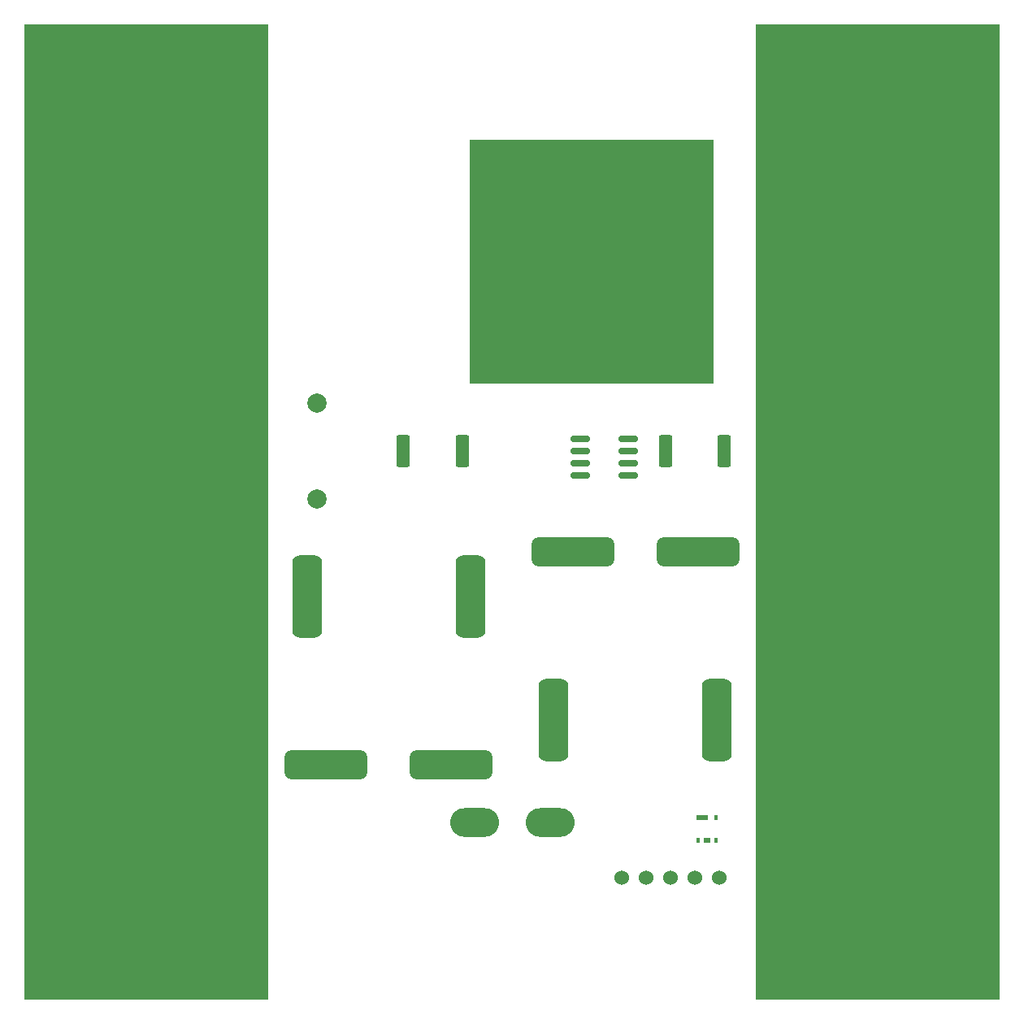
<source format=gts>
G04 #@! TF.GenerationSoftware,KiCad,Pcbnew,7.0.7*
G04 #@! TF.CreationDate,2024-02-27T11:50:38-06:00*
G04 #@! TF.ProjectId,Relay_board_hardware,52656c61-795f-4626-9f61-72645f686172,rev?*
G04 #@! TF.SameCoordinates,Original*
G04 #@! TF.FileFunction,Soldermask,Top*
G04 #@! TF.FilePolarity,Negative*
%FSLAX46Y46*%
G04 Gerber Fmt 4.6, Leading zero omitted, Abs format (unit mm)*
G04 Created by KiCad (PCBNEW 7.0.7) date 2024-02-27 11:50:38*
%MOMM*%
%LPD*%
G01*
G04 APERTURE LIST*
G04 Aperture macros list*
%AMRoundRect*
0 Rectangle with rounded corners*
0 $1 Rounding radius*
0 $2 $3 $4 $5 $6 $7 $8 $9 X,Y pos of 4 corners*
0 Add a 4 corners polygon primitive as box body*
4,1,4,$2,$3,$4,$5,$6,$7,$8,$9,$2,$3,0*
0 Add four circle primitives for the rounded corners*
1,1,$1+$1,$2,$3*
1,1,$1+$1,$4,$5*
1,1,$1+$1,$6,$7*
1,1,$1+$1,$8,$9*
0 Add four rect primitives between the rounded corners*
20,1,$1+$1,$2,$3,$4,$5,0*
20,1,$1+$1,$4,$5,$6,$7,0*
20,1,$1+$1,$6,$7,$8,$9,0*
20,1,$1+$1,$8,$9,$2,$3,0*%
G04 Aperture macros list end*
%ADD10O,5.100000X3.000000*%
%ADD11R,25.400000X50.800000*%
%ADD12RoundRect,0.249999X0.450001X1.425001X-0.450001X1.425001X-0.450001X-1.425001X0.450001X-1.425001X0*%
%ADD13RoundRect,0.775000X-3.525000X0.775000X-3.525000X-0.775000X3.525000X-0.775000X3.525000X0.775000X0*%
%ADD14RoundRect,0.775000X0.775000X3.525000X-0.775000X3.525000X-0.775000X-3.525000X0.775000X-3.525000X0*%
%ADD15RoundRect,0.775000X-0.775000X-3.525000X0.775000X-3.525000X0.775000X3.525000X-0.775000X3.525000X0*%
%ADD16R,0.400000X0.500000*%
%ADD17R,0.750000X0.500000*%
%ADD18R,1.300000X0.500000*%
%ADD19RoundRect,0.150000X0.825000X0.150000X-0.825000X0.150000X-0.825000X-0.150000X0.825000X-0.150000X0*%
%ADD20RoundRect,0.775000X3.525000X-0.775000X3.525000X0.775000X-3.525000X0.775000X-3.525000X-0.775000X0*%
%ADD21R,25.400000X25.400000*%
%ADD22C,2.000000*%
%ADD23C,1.524000*%
G04 APERTURE END LIST*
D10*
X148463000Y-133922800D03*
X156337000Y-133922800D03*
D11*
X114300000Y-76200000D03*
D12*
X147195000Y-95250000D03*
X141095000Y-95250000D03*
D13*
X158754000Y-105740000D03*
X171754000Y-105740000D03*
D14*
X173754000Y-123240000D03*
D15*
X156754000Y-123240000D03*
D16*
X171770000Y-135820000D03*
D17*
X172720000Y-135820000D03*
D16*
X173670000Y-135820000D03*
X173670000Y-133420000D03*
D18*
X172220000Y-133420000D03*
D11*
X114300000Y-127000000D03*
X190500000Y-76200000D03*
D19*
X164465000Y-97790000D03*
X164465000Y-96520000D03*
X164465000Y-95250000D03*
X164465000Y-93980000D03*
X159515000Y-93980000D03*
X159515000Y-95250000D03*
X159515000Y-96520000D03*
X159515000Y-97790000D03*
D11*
X190500000Y-127000000D03*
D20*
X146046000Y-127940000D03*
X133046000Y-127940000D03*
D15*
X131046000Y-110440000D03*
D14*
X148046000Y-110440000D03*
D12*
X174500000Y-95250000D03*
X168400000Y-95250000D03*
D21*
X160655000Y-75565000D03*
D22*
X132080000Y-90250000D03*
X132080000Y-100250000D03*
D23*
X173990000Y-139700000D03*
X171450000Y-139700000D03*
X168910000Y-139700000D03*
X166370000Y-139700000D03*
X163830000Y-139700000D03*
M02*

</source>
